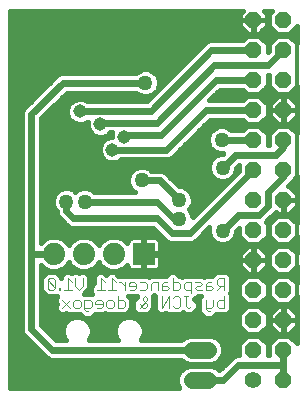
<source format=gbl>
G75*
G70*
%OFA0B0*%
%FSLAX24Y24*%
%IPPOS*%
%LPD*%
%AMOC8*
5,1,8,0,0,1.08239X$1,22.5*
%
%ADD10C,0.0030*%
%ADD11C,0.0560*%
%ADD12OC8,0.0560*%
%ADD13C,0.0560*%
%ADD14R,0.0740X0.0740*%
%ADD15C,0.0740*%
%ADD16C,0.0500*%
%ADD17C,0.0160*%
%ADD18C,0.0140*%
%ADD19C,0.0240*%
%ADD20C,0.0450*%
D10*
X002212Y003145D02*
X002459Y003392D01*
X002580Y003330D02*
X002642Y003392D01*
X002765Y003392D01*
X002827Y003330D01*
X002827Y003207D01*
X002765Y003145D01*
X002642Y003145D01*
X002580Y003207D01*
X002580Y003330D01*
X002459Y003145D02*
X002212Y003392D01*
X002152Y003745D02*
X002090Y003745D01*
X002090Y003807D01*
X002152Y003807D01*
X002152Y003745D01*
X002273Y003745D02*
X002520Y003745D01*
X002397Y003745D02*
X002397Y004115D01*
X002520Y003992D01*
X002641Y004115D02*
X002641Y003868D01*
X002765Y003745D01*
X002888Y003868D01*
X002888Y004115D01*
X003378Y003745D02*
X003625Y003745D01*
X003746Y003745D02*
X003993Y003745D01*
X003870Y003745D02*
X003870Y004115D01*
X003993Y003992D01*
X004115Y003992D02*
X004177Y003992D01*
X004300Y003868D01*
X004300Y003745D02*
X004300Y003992D01*
X004422Y003930D02*
X004422Y003868D01*
X004668Y003868D01*
X004668Y003807D02*
X004668Y003930D01*
X004607Y003992D01*
X004483Y003992D01*
X004422Y003930D01*
X004483Y003745D02*
X004607Y003745D01*
X004668Y003807D01*
X004790Y003745D02*
X004975Y003745D01*
X005037Y003807D01*
X005037Y003930D01*
X004975Y003992D01*
X004790Y003992D01*
X004975Y003515D02*
X005037Y003454D01*
X005037Y003392D01*
X004790Y003145D01*
X004790Y003268D02*
X004913Y003145D01*
X004975Y003145D01*
X005037Y003207D01*
X005037Y003268D01*
X004913Y003392D01*
X004913Y003454D01*
X004975Y003515D01*
X005158Y003745D02*
X005158Y003930D01*
X005220Y003992D01*
X005405Y003992D01*
X005405Y003745D01*
X005527Y003745D02*
X005712Y003745D01*
X005773Y003807D01*
X005712Y003868D01*
X005527Y003868D01*
X005527Y003930D02*
X005527Y003745D01*
X005527Y003515D02*
X005527Y003145D01*
X005773Y003515D01*
X005773Y003145D01*
X005895Y003207D02*
X005957Y003145D01*
X006080Y003145D01*
X006142Y003207D01*
X006142Y003454D01*
X006080Y003515D01*
X005957Y003515D01*
X005895Y003454D01*
X005895Y003745D02*
X006080Y003745D01*
X006142Y003807D01*
X006142Y003930D01*
X006080Y003992D01*
X005895Y003992D01*
X005895Y004115D02*
X005895Y003745D01*
X005712Y003992D02*
X005588Y003992D01*
X005527Y003930D01*
X006263Y003930D02*
X006263Y003807D01*
X006325Y003745D01*
X006510Y003745D01*
X006510Y003622D02*
X006510Y003992D01*
X006325Y003992D01*
X006263Y003930D01*
X006263Y003515D02*
X006387Y003515D01*
X006325Y003515D02*
X006325Y003207D01*
X006387Y003145D01*
X006448Y003145D01*
X006510Y003207D01*
X006693Y003745D02*
X006631Y003807D01*
X006693Y003868D01*
X006817Y003868D01*
X006878Y003930D01*
X006817Y003992D01*
X006631Y003992D01*
X006693Y003745D02*
X006878Y003745D01*
X007000Y003745D02*
X007185Y003745D01*
X007247Y003807D01*
X007185Y003868D01*
X007000Y003868D01*
X007000Y003930D02*
X007000Y003745D01*
X007000Y003930D02*
X007062Y003992D01*
X007185Y003992D01*
X007368Y004054D02*
X007368Y003930D01*
X007430Y003868D01*
X007615Y003868D01*
X007615Y003745D02*
X007615Y004115D01*
X007430Y004115D01*
X007368Y004054D01*
X007492Y003868D02*
X007368Y003745D01*
X007615Y003515D02*
X007615Y003145D01*
X007430Y003145D01*
X007368Y003207D01*
X007368Y003330D01*
X007430Y003392D01*
X007615Y003392D01*
X007247Y003392D02*
X007247Y003207D01*
X007185Y003145D01*
X007000Y003145D01*
X007000Y003083D02*
X007062Y003022D01*
X007123Y003022D01*
X007000Y003083D02*
X007000Y003392D01*
X004300Y003330D02*
X004300Y003207D01*
X004238Y003145D01*
X004053Y003145D01*
X004053Y003515D01*
X004053Y003392D02*
X004238Y003392D01*
X004300Y003330D01*
X003932Y003330D02*
X003932Y003207D01*
X003870Y003145D01*
X003747Y003145D01*
X003685Y003207D01*
X003685Y003330D01*
X003747Y003392D01*
X003870Y003392D01*
X003932Y003330D01*
X003564Y003330D02*
X003564Y003207D01*
X003502Y003145D01*
X003378Y003145D01*
X003317Y003268D02*
X003564Y003268D01*
X003564Y003330D02*
X003502Y003392D01*
X003378Y003392D01*
X003317Y003330D01*
X003317Y003268D01*
X003195Y003207D02*
X003134Y003145D01*
X002948Y003145D01*
X002948Y003083D02*
X002948Y003392D01*
X003134Y003392D01*
X003195Y003330D01*
X003195Y003207D01*
X003072Y003022D02*
X003010Y003022D01*
X002948Y003083D01*
X003501Y003745D02*
X003501Y004115D01*
X003625Y003992D01*
X001968Y004054D02*
X001968Y003807D01*
X001721Y004054D01*
X001721Y003807D01*
X001782Y003745D01*
X001906Y003745D01*
X001968Y003807D01*
X001968Y004054D02*
X001906Y004115D01*
X001782Y004115D01*
X001721Y004054D01*
D11*
X008580Y000730D03*
D12*
X008580Y001730D03*
X008580Y002730D03*
X008580Y003730D03*
X008580Y004730D03*
X008580Y005730D03*
X008580Y006730D03*
X008580Y007730D03*
X008580Y008730D03*
X008580Y009730D03*
X008580Y010730D03*
X008580Y011730D03*
X008580Y012730D03*
X009580Y012730D03*
X009580Y011730D03*
X009580Y010730D03*
X009580Y009730D03*
X009580Y008730D03*
X009580Y007730D03*
X009580Y006730D03*
X009580Y005730D03*
X009580Y004730D03*
X009580Y003730D03*
X009580Y002730D03*
X009580Y001730D03*
X009580Y000730D03*
D13*
X007085Y000730D02*
X006525Y000730D01*
X006525Y001730D02*
X007085Y001730D01*
D14*
X004930Y004930D03*
D15*
X003930Y004930D03*
X002930Y004930D03*
X001930Y004930D03*
D16*
X002343Y006668D03*
X002955Y006668D03*
X004280Y007943D03*
X004868Y007380D03*
X006105Y006730D03*
X006105Y006105D03*
X007555Y005705D03*
X007555Y007805D03*
X006805Y007955D03*
X007530Y008730D03*
X004980Y010630D03*
X003130Y012230D03*
X000830Y010605D03*
D17*
X000460Y013020D02*
X000460Y000460D01*
X006117Y000460D01*
X006045Y000635D01*
X006045Y000825D01*
X006118Y001002D01*
X006253Y001137D01*
X006430Y001210D01*
X007180Y001210D01*
X007357Y001137D01*
X007444Y001050D01*
X007447Y001050D01*
X007809Y001411D01*
X007899Y001501D01*
X008016Y001550D01*
X008100Y001550D01*
X008100Y001929D01*
X008381Y002210D01*
X008779Y002210D01*
X009060Y001929D01*
X009060Y001550D01*
X009100Y001550D01*
X009100Y001929D01*
X009381Y002210D01*
X009779Y002210D01*
X010042Y001947D01*
X010042Y003513D01*
X009779Y003250D01*
X009381Y003250D01*
X009100Y003531D01*
X009100Y003929D01*
X009381Y004210D01*
X009779Y004210D01*
X010042Y003947D01*
X010042Y004513D01*
X009779Y004250D01*
X009381Y004250D01*
X009100Y004531D01*
X009100Y004929D01*
X009381Y005210D01*
X009779Y005210D01*
X010042Y004947D01*
X010042Y005513D01*
X009779Y005250D01*
X009381Y005250D01*
X009100Y005531D01*
X009100Y005929D01*
X009381Y006210D01*
X009779Y006210D01*
X010042Y005947D01*
X010042Y007513D01*
X009868Y007339D01*
X009851Y007299D01*
X009761Y007209D01*
X009743Y007190D01*
X009771Y007190D01*
X010040Y006921D01*
X010040Y006740D01*
X009590Y006740D01*
X009590Y006720D01*
X010040Y006720D01*
X010040Y006539D01*
X009771Y006270D01*
X009590Y006270D01*
X009590Y006720D01*
X009570Y006720D01*
X009570Y006270D01*
X009389Y006270D01*
X009331Y006328D01*
X009261Y006259D01*
X009051Y006049D01*
X008996Y005993D01*
X009060Y005929D01*
X009060Y005531D01*
X008779Y005250D01*
X008381Y005250D01*
X008100Y005531D01*
X008100Y005797D01*
X008005Y005702D01*
X008005Y005615D01*
X007936Y005450D01*
X007810Y005324D01*
X007645Y005255D01*
X007465Y005255D01*
X007300Y005324D01*
X007174Y005450D01*
X007105Y005615D01*
X007105Y005795D01*
X007118Y005825D01*
X006694Y005403D01*
X006649Y005359D01*
X006648Y005359D01*
X006648Y005358D01*
X006590Y005334D01*
X006531Y005310D01*
X006531Y005310D01*
X006530Y005310D01*
X006467Y005310D01*
X005804Y005310D01*
X005686Y005359D01*
X005235Y005810D01*
X002504Y005810D01*
X002386Y005859D01*
X002161Y006084D01*
X002071Y006174D01*
X002023Y006291D01*
X002023Y006351D01*
X001961Y006413D01*
X001893Y006578D01*
X001893Y006757D01*
X001961Y006922D01*
X002088Y007049D01*
X002253Y007117D01*
X002432Y007117D01*
X002597Y007049D01*
X002649Y006998D01*
X002700Y007049D01*
X002865Y007117D01*
X003045Y007117D01*
X003210Y007049D01*
X003271Y006987D01*
X004639Y006987D01*
X004613Y006999D01*
X004486Y007125D01*
X004418Y007290D01*
X004418Y007470D01*
X004486Y007635D01*
X004613Y007761D01*
X004778Y007830D01*
X004957Y007830D01*
X005122Y007761D01*
X005184Y007700D01*
X005519Y007700D01*
X005636Y007651D01*
X005726Y007561D01*
X006108Y007180D01*
X006195Y007180D01*
X006360Y007111D01*
X006486Y006985D01*
X006555Y006820D01*
X006555Y006640D01*
X006486Y006475D01*
X006429Y006418D01*
X006486Y006360D01*
X006555Y006195D01*
X006555Y006168D01*
X008100Y007704D01*
X008100Y007897D01*
X008005Y007802D01*
X008005Y007715D01*
X007936Y007550D01*
X007810Y007424D01*
X007645Y007355D01*
X007465Y007355D01*
X007300Y007424D01*
X007174Y007550D01*
X007105Y007715D01*
X007105Y007895D01*
X007174Y008060D01*
X007300Y008186D01*
X007465Y008255D01*
X007552Y008255D01*
X007577Y008280D01*
X007440Y008280D01*
X007275Y008349D01*
X007149Y008475D01*
X007080Y008640D01*
X007080Y008820D01*
X007149Y008985D01*
X007275Y009111D01*
X007440Y009180D01*
X007620Y009180D01*
X007785Y009111D01*
X007846Y009050D01*
X008221Y009050D01*
X008381Y009210D01*
X008779Y009210D01*
X009060Y008929D01*
X009060Y008550D01*
X009100Y008550D01*
X009100Y008929D01*
X009381Y009210D01*
X009779Y009210D01*
X010042Y008947D01*
X010042Y010513D01*
X009779Y010250D01*
X009381Y010250D01*
X009100Y010531D01*
X009100Y010910D01*
X009060Y010910D01*
X009060Y010531D01*
X008779Y010250D01*
X008381Y010250D01*
X008221Y010410D01*
X007463Y010410D01*
X007103Y010050D01*
X008221Y010050D01*
X008381Y010210D01*
X008779Y010210D01*
X009060Y009929D01*
X009060Y009531D01*
X008779Y009250D01*
X008381Y009250D01*
X008221Y009410D01*
X007138Y009410D01*
X005861Y008134D01*
X005744Y008085D01*
X004161Y008085D01*
X004121Y008045D01*
X003965Y007980D01*
X003795Y007980D01*
X003639Y008045D01*
X003520Y008164D01*
X003455Y008320D01*
X003455Y008490D01*
X003520Y008646D01*
X003639Y008765D01*
X003795Y008830D01*
X003855Y008830D01*
X003855Y008915D01*
X003884Y008985D01*
X003811Y008985D01*
X003721Y008895D01*
X003565Y008830D01*
X003395Y008830D01*
X003239Y008895D01*
X003120Y009014D01*
X003055Y009170D01*
X003055Y009329D01*
X003046Y009320D01*
X002890Y009255D01*
X002720Y009255D01*
X002564Y009320D01*
X002445Y009439D01*
X002380Y009595D01*
X002380Y009765D01*
X002445Y009921D01*
X002564Y010040D01*
X002720Y010105D01*
X002890Y010105D01*
X003046Y010040D01*
X003061Y010025D01*
X005022Y010025D01*
X006999Y012001D01*
X007116Y012050D01*
X008221Y012050D01*
X008381Y012210D01*
X008779Y012210D01*
X009060Y011929D01*
X009060Y011663D01*
X009100Y011703D01*
X009100Y011929D01*
X009381Y012210D01*
X009779Y012210D01*
X010042Y011947D01*
X010042Y012513D01*
X009779Y012250D01*
X009381Y012250D01*
X009100Y012531D01*
X009100Y012929D01*
X009191Y013020D01*
X008940Y013020D01*
X009040Y012921D01*
X009040Y012740D01*
X008590Y012740D01*
X008590Y012720D01*
X009040Y012720D01*
X009040Y012539D01*
X008771Y012270D01*
X008590Y012270D01*
X008590Y012720D01*
X008570Y012720D01*
X008570Y012270D01*
X008389Y012270D01*
X008120Y012539D01*
X008120Y012720D01*
X008570Y012720D01*
X008570Y012740D01*
X008120Y012740D01*
X008120Y012921D01*
X008220Y013020D01*
X000460Y013020D01*
X000460Y013019D02*
X008218Y013019D01*
X008120Y012860D02*
X000460Y012860D01*
X000460Y012702D02*
X008120Y012702D01*
X008120Y012543D02*
X000460Y012543D01*
X000460Y012385D02*
X008275Y012385D01*
X008570Y012385D02*
X008590Y012385D01*
X008590Y012543D02*
X008570Y012543D01*
X008570Y012702D02*
X008590Y012702D01*
X008885Y012385D02*
X009247Y012385D01*
X009100Y012543D02*
X009040Y012543D01*
X009040Y012702D02*
X009100Y012702D01*
X009100Y012860D02*
X009040Y012860D01*
X008942Y013019D02*
X009190Y013019D01*
X009239Y012068D02*
X008921Y012068D01*
X009060Y011909D02*
X009100Y011909D01*
X009100Y011751D02*
X009060Y011751D01*
X009060Y010800D02*
X009100Y010800D01*
X009100Y010641D02*
X009060Y010641D01*
X009011Y010483D02*
X009149Y010483D01*
X009307Y010324D02*
X008853Y010324D01*
X008823Y010166D02*
X009365Y010166D01*
X009389Y010190D02*
X009120Y009921D01*
X009120Y009740D01*
X009570Y009740D01*
X009570Y010190D01*
X009389Y010190D01*
X009570Y010166D02*
X009590Y010166D01*
X009590Y010190D02*
X009590Y009740D01*
X009570Y009740D01*
X009570Y009720D01*
X009120Y009720D01*
X009120Y009539D01*
X009389Y009270D01*
X009570Y009270D01*
X009570Y009720D01*
X009590Y009720D01*
X009590Y009740D01*
X010040Y009740D01*
X010040Y009921D01*
X009771Y010190D01*
X009590Y010190D01*
X009590Y010007D02*
X009570Y010007D01*
X009570Y009849D02*
X009590Y009849D01*
X009590Y009720D02*
X010040Y009720D01*
X010040Y009539D01*
X009771Y009270D01*
X009590Y009270D01*
X009590Y009720D01*
X009590Y009690D02*
X009570Y009690D01*
X009570Y009532D02*
X009590Y009532D01*
X009590Y009373D02*
X009570Y009373D01*
X009874Y009373D02*
X010042Y009373D01*
X010042Y009215D02*
X006942Y009215D01*
X007101Y009373D02*
X008258Y009373D01*
X008227Y009056D02*
X007840Y009056D01*
X007220Y009056D02*
X006784Y009056D01*
X006625Y008898D02*
X007112Y008898D01*
X007080Y008739D02*
X006467Y008739D01*
X006308Y008581D02*
X007105Y008581D01*
X007202Y008422D02*
X006150Y008422D01*
X005991Y008264D02*
X007561Y008264D01*
X007219Y008105D02*
X005792Y008105D01*
X005658Y007630D02*
X007141Y007630D01*
X007105Y007788D02*
X005058Y007788D01*
X004677Y007788D02*
X001500Y007788D01*
X001500Y007630D02*
X004484Y007630D01*
X004418Y007471D02*
X001500Y007471D01*
X001500Y007313D02*
X004418Y007313D01*
X004474Y007154D02*
X001500Y007154D01*
X001500Y006996D02*
X002034Y006996D01*
X001926Y006837D02*
X001500Y006837D01*
X001500Y006679D02*
X001893Y006679D01*
X001917Y006520D02*
X001500Y006520D01*
X001500Y006362D02*
X002012Y006362D01*
X002059Y006203D02*
X001500Y006203D01*
X001500Y006045D02*
X002200Y006045D01*
X002359Y005886D02*
X001500Y005886D01*
X001500Y005728D02*
X005317Y005728D01*
X005476Y005569D02*
X001500Y005569D01*
X001500Y005411D02*
X001604Y005411D01*
X001607Y005413D02*
X001500Y005306D01*
X001500Y009447D01*
X002363Y010310D01*
X004664Y010310D01*
X004725Y010249D01*
X004890Y010180D01*
X005070Y010180D01*
X005235Y010249D01*
X005361Y010375D01*
X005430Y010540D01*
X005430Y010720D01*
X005361Y010885D01*
X005235Y011011D01*
X005070Y011080D01*
X004890Y011080D01*
X004725Y011011D01*
X004664Y010950D01*
X002166Y010950D01*
X002049Y010901D01*
X000999Y009851D01*
X000909Y009761D01*
X000860Y009644D01*
X000860Y002366D01*
X000909Y002249D01*
X001699Y001459D01*
X001816Y001410D01*
X006166Y001410D01*
X006253Y001323D01*
X006430Y001250D01*
X007180Y001250D01*
X007357Y001323D01*
X007492Y001458D01*
X007565Y001635D01*
X007565Y001825D01*
X007492Y002002D01*
X007357Y002137D01*
X007180Y002210D01*
X006430Y002210D01*
X006253Y002137D01*
X006166Y002050D01*
X004822Y002050D01*
X004850Y002079D01*
X004923Y002254D01*
X004923Y002444D01*
X004850Y002619D01*
X004716Y002753D01*
X004541Y002826D01*
X004351Y002826D01*
X004176Y002753D01*
X004042Y002619D01*
X003969Y002444D01*
X003969Y002254D01*
X004042Y002079D01*
X004070Y002050D01*
X003090Y002050D01*
X003118Y002079D01*
X003191Y002254D01*
X003191Y002444D01*
X003118Y002619D01*
X002984Y002753D01*
X002809Y002826D01*
X002619Y002826D01*
X002444Y002753D01*
X002310Y002619D01*
X002237Y002444D01*
X002237Y002254D01*
X002310Y002079D01*
X002338Y002050D01*
X002013Y002050D01*
X001500Y002563D01*
X001500Y004554D01*
X001607Y004447D01*
X001817Y004360D01*
X002043Y004360D01*
X002253Y004447D01*
X002413Y004607D01*
X002430Y004648D01*
X002447Y004607D01*
X002607Y004447D01*
X002817Y004360D01*
X003043Y004360D01*
X003253Y004447D01*
X003413Y004607D01*
X003430Y004648D01*
X003447Y004607D01*
X003607Y004447D01*
X003817Y004360D01*
X004043Y004360D01*
X004253Y004447D01*
X004380Y004574D01*
X004380Y004536D01*
X004392Y004491D01*
X004416Y004449D01*
X004449Y004416D01*
X004491Y004392D01*
X004536Y004380D01*
X004910Y004380D01*
X004910Y004910D01*
X004950Y004910D01*
X004950Y004950D01*
X004910Y004950D01*
X004910Y005480D01*
X004536Y005480D01*
X004491Y005468D01*
X004449Y005444D01*
X004416Y005411D01*
X004392Y005369D01*
X004380Y005324D01*
X004380Y005286D01*
X004253Y005413D01*
X004043Y005500D01*
X003817Y005500D01*
X003607Y005413D01*
X003447Y005253D01*
X003430Y005212D01*
X003413Y005253D01*
X003253Y005413D01*
X003043Y005500D01*
X002817Y005500D01*
X002607Y005413D01*
X002447Y005253D01*
X002430Y005212D01*
X002413Y005253D01*
X002253Y005413D01*
X002043Y005500D01*
X001817Y005500D01*
X001607Y005413D01*
X002256Y005411D02*
X002604Y005411D01*
X002446Y005252D02*
X002414Y005252D01*
X002418Y004618D02*
X002442Y004618D01*
X002594Y004460D02*
X002266Y004460D01*
X002307Y004330D02*
X002182Y004204D01*
X002182Y004144D01*
X002121Y004204D01*
X002121Y004204D01*
X002121Y004204D01*
X002056Y004269D01*
X001995Y004330D01*
X001995Y004330D01*
X001995Y004330D01*
X001905Y004330D01*
X001817Y004330D01*
X001693Y004330D01*
X001632Y004269D01*
X001632Y004269D01*
X001506Y004143D01*
X001506Y003896D01*
X001506Y003896D01*
X001506Y003806D01*
X001506Y003718D01*
X001569Y003654D01*
X001632Y003592D01*
X001693Y003530D01*
X001693Y003530D01*
X001693Y003530D01*
X001781Y003530D01*
X001995Y003530D01*
X001998Y003533D01*
X002001Y003530D01*
X002046Y003530D01*
X001997Y003481D01*
X001997Y003303D01*
X002031Y003268D01*
X001997Y003234D01*
X001997Y003056D01*
X002123Y002930D01*
X002301Y002930D01*
X002335Y002964D01*
X002370Y002930D01*
X002548Y002930D01*
X002550Y002933D01*
X002553Y002930D01*
X002643Y002930D01*
X002798Y002930D01*
X002859Y002868D01*
X002921Y002807D01*
X003161Y002807D01*
X003287Y002933D01*
X003289Y002930D01*
X003591Y002930D01*
X003624Y002963D01*
X003658Y002930D01*
X003748Y002930D01*
X003959Y002930D01*
X003962Y002933D01*
X003964Y002930D01*
X004328Y002930D01*
X004389Y002992D01*
X004515Y003118D01*
X004515Y003329D01*
X004515Y003419D01*
X004515Y003419D01*
X004515Y003419D01*
X004454Y003481D01*
X004453Y003481D01*
X004404Y003530D01*
X004696Y003530D01*
X004698Y003533D01*
X004698Y003533D01*
X004698Y003481D01*
X004575Y003357D01*
X004575Y003056D01*
X004701Y002930D01*
X005064Y002930D01*
X005126Y002992D01*
X005252Y003118D01*
X005252Y003455D01*
X005252Y003535D01*
X005282Y003564D01*
X005312Y003535D01*
X005312Y003210D01*
X005298Y003190D01*
X005312Y003124D01*
X005312Y003056D01*
X005328Y003039D01*
X005333Y003016D01*
X005390Y002978D01*
X005437Y002930D01*
X005461Y002930D01*
X005481Y002917D01*
X005548Y002930D01*
X005616Y002930D01*
X005633Y002947D01*
X005656Y002952D01*
X005659Y002956D01*
X005684Y002930D01*
X005862Y002930D01*
X005865Y002933D01*
X005868Y002930D01*
X005958Y002930D01*
X006169Y002930D01*
X006233Y002994D01*
X006236Y002992D01*
X006298Y002930D01*
X006537Y002930D01*
X006663Y003056D01*
X006725Y003118D01*
X006725Y003296D01*
X006607Y003414D01*
X006723Y003530D01*
X006834Y003530D01*
X006785Y003481D01*
X006785Y002994D01*
X006847Y002933D01*
X006972Y002807D01*
X007212Y002807D01*
X007338Y002933D01*
X007341Y002930D01*
X007431Y002930D01*
X007704Y002930D01*
X007830Y003056D01*
X007830Y003604D01*
X007804Y003630D01*
X007830Y003656D01*
X007830Y004204D01*
X007704Y004330D01*
X007341Y004330D01*
X007279Y004269D01*
X007217Y004207D01*
X006972Y004207D01*
X006939Y004173D01*
X006906Y004207D01*
X006906Y004207D01*
X006816Y004207D01*
X006728Y004207D01*
X006728Y004207D01*
X006236Y004207D01*
X006202Y004173D01*
X006169Y004207D01*
X006107Y004207D01*
X005984Y004330D01*
X005806Y004330D01*
X005682Y004207D01*
X005499Y004207D01*
X005497Y004204D01*
X005494Y004207D01*
X005131Y004207D01*
X005098Y004173D01*
X005064Y004207D01*
X004976Y004207D01*
X004886Y004207D01*
X004701Y004207D01*
X004698Y004204D01*
X004696Y004207D01*
X004696Y004207D01*
X004606Y004207D01*
X004518Y004207D01*
X004518Y004207D01*
X004394Y004207D01*
X004392Y004204D01*
X004389Y004207D01*
X004082Y004207D01*
X003959Y004330D01*
X003781Y004330D01*
X003686Y004235D01*
X003591Y004330D01*
X003412Y004330D01*
X003286Y004204D01*
X003286Y003957D01*
X003163Y003834D01*
X003163Y003656D01*
X003212Y003607D01*
X003134Y003607D01*
X003044Y003607D01*
X002931Y003607D01*
X002980Y003656D01*
X003103Y003779D01*
X003103Y004204D01*
X002977Y004330D01*
X002799Y004330D01*
X002765Y004296D01*
X002730Y004330D01*
X002552Y004330D01*
X002519Y004297D01*
X002486Y004330D01*
X002307Y004330D01*
X002278Y004301D02*
X002024Y004301D01*
X001817Y004330D02*
X001817Y004330D01*
X001664Y004301D02*
X001500Y004301D01*
X001500Y004143D02*
X001506Y004143D01*
X001500Y003984D02*
X001506Y003984D01*
X001500Y003826D02*
X001506Y003826D01*
X001506Y003718D02*
X001506Y003718D01*
X001506Y003718D01*
X001500Y003667D02*
X001556Y003667D01*
X001632Y003592D02*
X001632Y003592D01*
X001500Y003509D02*
X002024Y003509D01*
X001997Y003350D02*
X001500Y003350D01*
X001500Y003192D02*
X001997Y003192D01*
X002020Y003033D02*
X001500Y003033D01*
X001500Y002875D02*
X002853Y002875D01*
X003021Y002716D02*
X004139Y002716D01*
X004016Y002558D02*
X003144Y002558D01*
X003191Y002399D02*
X003969Y002399D01*
X003975Y002241D02*
X003185Y002241D01*
X003120Y002082D02*
X004040Y002082D01*
X003658Y002930D02*
X003658Y002930D01*
X003658Y002930D01*
X003287Y002933D02*
X003287Y002933D01*
X003229Y002875D02*
X006905Y002875D01*
X006785Y003033D02*
X006640Y003033D01*
X006725Y003192D02*
X006785Y003192D01*
X006785Y003350D02*
X006671Y003350D01*
X006701Y003509D02*
X006812Y003509D01*
X006906Y004207D02*
X006906Y004207D01*
X007311Y004301D02*
X006013Y004301D01*
X006169Y004207D02*
X006169Y004207D01*
X006169Y004207D01*
X005776Y004301D02*
X003988Y004301D01*
X003751Y004301D02*
X003620Y004301D01*
X003594Y004460D02*
X003266Y004460D01*
X003418Y004618D02*
X003442Y004618D01*
X003383Y004301D02*
X003007Y004301D01*
X003103Y004143D02*
X003286Y004143D01*
X003286Y003984D02*
X003103Y003984D01*
X003103Y003826D02*
X003163Y003826D01*
X003163Y003667D02*
X002991Y003667D01*
X003044Y003607D02*
X003044Y003607D01*
X002770Y004301D02*
X002760Y004301D01*
X002523Y004301D02*
X002515Y004301D01*
X001594Y004460D02*
X001500Y004460D01*
X000860Y004460D02*
X000460Y004460D01*
X000460Y004618D02*
X000860Y004618D01*
X000860Y004777D02*
X000460Y004777D01*
X000460Y004935D02*
X000860Y004935D01*
X000860Y005094D02*
X000460Y005094D01*
X000460Y005252D02*
X000860Y005252D01*
X000860Y005411D02*
X000460Y005411D01*
X000460Y005569D02*
X000860Y005569D01*
X000860Y005728D02*
X000460Y005728D01*
X000460Y005886D02*
X000860Y005886D01*
X000860Y006045D02*
X000460Y006045D01*
X000460Y006203D02*
X000860Y006203D01*
X000860Y006362D02*
X000460Y006362D01*
X000460Y006520D02*
X000860Y006520D01*
X000860Y006679D02*
X000460Y006679D01*
X000460Y006837D02*
X000860Y006837D01*
X000860Y006996D02*
X000460Y006996D01*
X000460Y007154D02*
X000860Y007154D01*
X000860Y007313D02*
X000460Y007313D01*
X000460Y007471D02*
X000860Y007471D01*
X000860Y007630D02*
X000460Y007630D01*
X000460Y007788D02*
X000860Y007788D01*
X000860Y007947D02*
X000460Y007947D01*
X000460Y008105D02*
X000860Y008105D01*
X000860Y008264D02*
X000460Y008264D01*
X000460Y008422D02*
X000860Y008422D01*
X000860Y008581D02*
X000460Y008581D01*
X000460Y008739D02*
X000860Y008739D01*
X000860Y008898D02*
X000460Y008898D01*
X000460Y009056D02*
X000860Y009056D01*
X000860Y009215D02*
X000460Y009215D01*
X000460Y009373D02*
X000860Y009373D01*
X000860Y009532D02*
X000460Y009532D01*
X000460Y009690D02*
X000879Y009690D01*
X000996Y009849D02*
X000460Y009849D01*
X000460Y010007D02*
X001154Y010007D01*
X001313Y010166D02*
X000460Y010166D01*
X000460Y010324D02*
X001471Y010324D01*
X001630Y010483D02*
X000460Y010483D01*
X000460Y010641D02*
X001788Y010641D01*
X001947Y010800D02*
X000460Y010800D01*
X000460Y010958D02*
X004672Y010958D01*
X005288Y010958D02*
X005955Y010958D01*
X005797Y010800D02*
X005397Y010800D01*
X005430Y010641D02*
X005638Y010641D01*
X005480Y010483D02*
X005406Y010483D01*
X005321Y010324D02*
X005310Y010324D01*
X005163Y010166D02*
X002218Y010166D01*
X002060Y010007D02*
X002531Y010007D01*
X002415Y009849D02*
X001901Y009849D01*
X001743Y009690D02*
X002380Y009690D01*
X002406Y009532D02*
X001584Y009532D01*
X001500Y009373D02*
X002511Y009373D01*
X003055Y009215D02*
X001500Y009215D01*
X001500Y009056D02*
X003102Y009056D01*
X003236Y008898D02*
X001500Y008898D01*
X001500Y008739D02*
X003613Y008739D01*
X003493Y008581D02*
X001500Y008581D01*
X001500Y008422D02*
X003455Y008422D01*
X003479Y008264D02*
X001500Y008264D01*
X001500Y008105D02*
X003579Y008105D01*
X003724Y008898D02*
X003855Y008898D01*
X003263Y006996D02*
X004620Y006996D01*
X004950Y005480D02*
X004950Y004950D01*
X005480Y004950D01*
X005480Y005324D01*
X005468Y005369D01*
X005444Y005411D01*
X005411Y005444D01*
X005369Y005468D01*
X005324Y005480D01*
X004950Y005480D01*
X004950Y005411D02*
X004910Y005411D01*
X004910Y005252D02*
X004950Y005252D01*
X004950Y005094D02*
X004910Y005094D01*
X004950Y004935D02*
X008134Y004935D01*
X008120Y004921D02*
X008120Y004740D01*
X008570Y004740D01*
X008570Y005190D01*
X008389Y005190D01*
X008120Y004921D01*
X008120Y004777D02*
X005480Y004777D01*
X005480Y004910D02*
X005480Y004536D01*
X005468Y004491D01*
X005444Y004449D01*
X005411Y004416D01*
X005369Y004392D01*
X005324Y004380D01*
X004950Y004380D01*
X004950Y004910D01*
X005480Y004910D01*
X005480Y005094D02*
X008293Y005094D01*
X008379Y005252D02*
X005480Y005252D01*
X005444Y005411D02*
X005634Y005411D01*
X005480Y004618D02*
X008120Y004618D01*
X008120Y004539D02*
X008389Y004270D01*
X008570Y004270D01*
X008570Y004720D01*
X008120Y004720D01*
X008120Y004539D01*
X008200Y004460D02*
X005450Y004460D01*
X005064Y004207D02*
X005064Y004207D01*
X005064Y004207D01*
X004886Y004207D02*
X004886Y004207D01*
X004696Y004207D02*
X004696Y004207D01*
X004910Y004460D02*
X004950Y004460D01*
X004950Y004618D02*
X004910Y004618D01*
X004910Y004777D02*
X004950Y004777D01*
X004416Y005411D02*
X004256Y005411D01*
X003604Y005411D02*
X003256Y005411D01*
X003414Y005252D02*
X003446Y005252D01*
X004266Y004460D02*
X004410Y004460D01*
X004426Y003509D02*
X004698Y003509D01*
X004575Y003350D02*
X004515Y003350D01*
X004453Y003481D02*
X004453Y003481D01*
X004515Y003192D02*
X004575Y003192D01*
X004598Y003033D02*
X004431Y003033D01*
X004753Y002716D02*
X008100Y002716D01*
X008100Y002558D02*
X004876Y002558D01*
X004923Y002399D02*
X008232Y002399D01*
X008100Y002531D02*
X008381Y002250D01*
X008779Y002250D01*
X009060Y002531D01*
X009060Y002929D01*
X008779Y003210D01*
X008381Y003210D01*
X008100Y002929D01*
X008100Y002531D01*
X008100Y002875D02*
X007280Y002875D01*
X007338Y002933D02*
X007338Y002933D01*
X007341Y002930D02*
X007341Y002930D01*
X007341Y002930D01*
X007807Y003033D02*
X008204Y003033D01*
X008363Y003192D02*
X007830Y003192D01*
X007830Y003350D02*
X008281Y003350D01*
X008381Y003250D02*
X008779Y003250D01*
X009060Y003531D01*
X009060Y003929D01*
X008779Y004210D01*
X008381Y004210D01*
X008100Y003929D01*
X008100Y003531D01*
X008381Y003250D01*
X008123Y003509D02*
X007830Y003509D01*
X007830Y003667D02*
X008100Y003667D01*
X008100Y003826D02*
X007830Y003826D01*
X007830Y003984D02*
X008155Y003984D01*
X008314Y004143D02*
X007830Y004143D01*
X007733Y004301D02*
X008358Y004301D01*
X008570Y004301D02*
X008590Y004301D01*
X008590Y004270D02*
X008771Y004270D01*
X009040Y004539D01*
X009040Y004720D01*
X008590Y004720D01*
X008590Y004740D01*
X008570Y004740D01*
X008570Y004720D01*
X008590Y004720D01*
X008590Y004270D01*
X008590Y004460D02*
X008570Y004460D01*
X008570Y004618D02*
X008590Y004618D01*
X008590Y004740D02*
X009040Y004740D01*
X009040Y004921D01*
X008771Y005190D01*
X008590Y005190D01*
X008590Y004740D01*
X008590Y004777D02*
X008570Y004777D01*
X008570Y004935D02*
X008590Y004935D01*
X008590Y005094D02*
X008570Y005094D01*
X008781Y005252D02*
X009379Y005252D01*
X009265Y005094D02*
X008867Y005094D01*
X009026Y004935D02*
X009106Y004935D01*
X009100Y004777D02*
X009040Y004777D01*
X009040Y004618D02*
X009100Y004618D01*
X009172Y004460D02*
X008960Y004460D01*
X008802Y004301D02*
X009330Y004301D01*
X009314Y004143D02*
X008846Y004143D01*
X009005Y003984D02*
X009155Y003984D01*
X009100Y003826D02*
X009060Y003826D01*
X009060Y003667D02*
X009100Y003667D01*
X009123Y003509D02*
X009037Y003509D01*
X008879Y003350D02*
X009281Y003350D01*
X009389Y003190D02*
X009120Y002921D01*
X009120Y002740D01*
X009570Y002740D01*
X009570Y003190D01*
X009389Y003190D01*
X009590Y003190D02*
X009590Y002740D01*
X009570Y002740D01*
X009570Y002720D01*
X009120Y002720D01*
X009120Y002539D01*
X009389Y002270D01*
X009570Y002270D01*
X009570Y002720D01*
X009590Y002720D01*
X009590Y002740D01*
X010040Y002740D01*
X010040Y002921D01*
X009771Y003190D01*
X009590Y003190D01*
X009590Y003033D02*
X009570Y003033D01*
X009570Y002875D02*
X009590Y002875D01*
X009590Y002720D02*
X010040Y002720D01*
X010040Y002539D01*
X009771Y002270D01*
X009590Y002270D01*
X009590Y002720D01*
X009590Y002716D02*
X009570Y002716D01*
X009570Y002558D02*
X009590Y002558D01*
X009590Y002399D02*
X009570Y002399D01*
X009260Y002399D02*
X008928Y002399D01*
X009060Y002558D02*
X009120Y002558D01*
X009120Y002716D02*
X009060Y002716D01*
X009060Y002875D02*
X009120Y002875D01*
X009232Y003033D02*
X008956Y003033D01*
X008797Y003192D02*
X010042Y003192D01*
X010042Y003350D02*
X009879Y003350D01*
X010037Y003509D02*
X010042Y003509D01*
X010042Y003984D02*
X010005Y003984D01*
X010042Y004143D02*
X009846Y004143D01*
X009830Y004301D02*
X010042Y004301D01*
X010042Y004460D02*
X009988Y004460D01*
X010042Y005094D02*
X009895Y005094D01*
X009781Y005252D02*
X010042Y005252D01*
X010042Y005411D02*
X009939Y005411D01*
X009944Y006045D02*
X010042Y006045D01*
X010042Y006203D02*
X009786Y006203D01*
X009862Y006362D02*
X010042Y006362D01*
X010042Y006520D02*
X010021Y006520D01*
X010040Y006679D02*
X010042Y006679D01*
X010040Y006837D02*
X010042Y006837D01*
X010042Y006996D02*
X009965Y006996D01*
X010042Y007154D02*
X009807Y007154D01*
X009857Y007313D02*
X010042Y007313D01*
X010042Y007471D02*
X010000Y007471D01*
X009590Y006679D02*
X009570Y006679D01*
X009570Y006520D02*
X009590Y006520D01*
X009590Y006362D02*
X009570Y006362D01*
X009374Y006203D02*
X009206Y006203D01*
X009216Y006045D02*
X009047Y006045D01*
X009060Y005886D02*
X009100Y005886D01*
X009100Y005728D02*
X009060Y005728D01*
X009060Y005569D02*
X009100Y005569D01*
X009221Y005411D02*
X008939Y005411D01*
X008221Y005411D02*
X007897Y005411D01*
X007986Y005569D02*
X008100Y005569D01*
X008100Y005728D02*
X008030Y005728D01*
X007213Y005411D02*
X006701Y005411D01*
X006860Y005569D02*
X007124Y005569D01*
X007105Y005728D02*
X007019Y005728D01*
X006590Y006203D02*
X006551Y006203D01*
X006485Y006362D02*
X006749Y006362D01*
X006909Y006520D02*
X006505Y006520D01*
X006555Y006679D02*
X007068Y006679D01*
X007228Y006837D02*
X006548Y006837D01*
X006476Y006996D02*
X007387Y006996D01*
X007547Y007154D02*
X006257Y007154D01*
X005975Y007313D02*
X007706Y007313D01*
X007857Y007471D02*
X007866Y007471D01*
X007969Y007630D02*
X008025Y007630D01*
X008005Y007788D02*
X008100Y007788D01*
X007253Y007471D02*
X005817Y007471D01*
X007127Y007947D02*
X001500Y007947D01*
X000460Y011117D02*
X006114Y011117D01*
X006272Y011275D02*
X000460Y011275D01*
X000460Y011434D02*
X006431Y011434D01*
X006589Y011592D02*
X000460Y011592D01*
X000460Y011751D02*
X006748Y011751D01*
X006906Y011909D02*
X000460Y011909D01*
X000460Y012068D02*
X008239Y012068D01*
X008307Y010324D02*
X007377Y010324D01*
X007218Y010166D02*
X008337Y010166D01*
X008982Y010007D02*
X009206Y010007D01*
X009120Y009849D02*
X009060Y009849D01*
X009060Y009690D02*
X009120Y009690D01*
X009128Y009532D02*
X009060Y009532D01*
X008902Y009373D02*
X009286Y009373D01*
X009227Y009056D02*
X008933Y009056D01*
X009060Y008898D02*
X009100Y008898D01*
X009100Y008739D02*
X009060Y008739D01*
X009060Y008581D02*
X009100Y008581D01*
X009933Y009056D02*
X010042Y009056D01*
X010032Y009532D02*
X010042Y009532D01*
X010040Y009690D02*
X010042Y009690D01*
X010040Y009849D02*
X010042Y009849D01*
X010042Y010007D02*
X009954Y010007D01*
X010042Y010166D02*
X009795Y010166D01*
X009853Y010324D02*
X010042Y010324D01*
X010042Y010483D02*
X010011Y010483D01*
X010042Y012068D02*
X009921Y012068D01*
X010042Y012226D02*
X000460Y012226D01*
X000460Y004301D02*
X000860Y004301D01*
X000860Y004143D02*
X000460Y004143D01*
X000460Y003984D02*
X000860Y003984D01*
X000860Y003826D02*
X000460Y003826D01*
X000460Y003667D02*
X000860Y003667D01*
X000860Y003509D02*
X000460Y003509D01*
X000460Y003350D02*
X000860Y003350D01*
X000860Y003192D02*
X000460Y003192D01*
X000460Y003033D02*
X000860Y003033D01*
X000860Y002875D02*
X000460Y002875D01*
X000460Y002716D02*
X000860Y002716D01*
X000860Y002558D02*
X000460Y002558D01*
X000460Y002399D02*
X000860Y002399D01*
X000917Y002241D02*
X000460Y002241D01*
X000460Y002082D02*
X001075Y002082D01*
X001234Y001924D02*
X000460Y001924D01*
X000460Y001765D02*
X001392Y001765D01*
X001551Y001607D02*
X000460Y001607D01*
X000460Y001448D02*
X001725Y001448D01*
X001981Y002082D02*
X002308Y002082D01*
X002243Y002241D02*
X001822Y002241D01*
X001664Y002399D02*
X002237Y002399D01*
X002284Y002558D02*
X001505Y002558D01*
X001500Y002716D02*
X002407Y002716D01*
X002553Y002930D02*
X002553Y002930D01*
X002553Y002930D01*
X000460Y001290D02*
X006334Y001290D01*
X006247Y001131D02*
X000460Y001131D01*
X000460Y000973D02*
X006106Y000973D01*
X006045Y000814D02*
X000460Y000814D01*
X000460Y000656D02*
X006045Y000656D01*
X006102Y000497D02*
X000460Y000497D01*
X004852Y002082D02*
X006198Y002082D01*
X005868Y002930D02*
X005868Y002930D01*
X005868Y002930D01*
X005330Y003033D02*
X005167Y003033D01*
X005252Y003192D02*
X005299Y003192D01*
X005312Y003350D02*
X005252Y003350D01*
X005252Y003509D02*
X005312Y003509D01*
X004917Y002241D02*
X010042Y002241D01*
X010042Y002399D02*
X009900Y002399D01*
X010040Y002558D02*
X010042Y002558D01*
X010040Y002716D02*
X010042Y002716D01*
X010040Y002875D02*
X010042Y002875D01*
X010042Y003033D02*
X009928Y003033D01*
X009907Y002082D02*
X010042Y002082D01*
X009253Y002082D02*
X008907Y002082D01*
X009060Y001924D02*
X009100Y001924D01*
X009100Y001765D02*
X009060Y001765D01*
X009060Y001607D02*
X009100Y001607D01*
X008253Y002082D02*
X007412Y002082D01*
X007524Y001924D02*
X008100Y001924D01*
X008100Y001765D02*
X007565Y001765D01*
X007553Y001607D02*
X008100Y001607D01*
X007845Y001448D02*
X007482Y001448D01*
X007687Y001290D02*
X007276Y001290D01*
X007363Y001131D02*
X007528Y001131D01*
X009913Y012385D02*
X010042Y012385D01*
D18*
X010052Y012155D02*
X010052Y009730D01*
X010052Y002730D01*
X009580Y002730D01*
X009580Y009730D02*
X010052Y009730D01*
D19*
X009580Y008730D02*
X009580Y008480D01*
X009330Y008230D01*
X007980Y008230D01*
X007555Y007805D01*
X006805Y007955D02*
X006805Y007980D01*
X007530Y008730D02*
X008580Y008730D01*
X008580Y007730D02*
X006468Y005630D01*
X005868Y005630D01*
X005368Y006130D01*
X002568Y006130D01*
X002343Y006355D01*
X002343Y006668D01*
X002955Y006668D02*
X005380Y006668D01*
X005943Y006105D01*
X006105Y006105D01*
X006105Y006730D02*
X005455Y007380D01*
X004868Y007380D01*
X005680Y008405D02*
X007005Y009730D01*
X008580Y009730D01*
X008580Y010730D02*
X007330Y010730D01*
X005505Y008905D01*
X004355Y008905D01*
X004280Y008830D01*
X003880Y008405D02*
X005680Y008405D01*
X005355Y009305D02*
X003530Y009305D01*
X003480Y009255D01*
X002830Y009705D02*
X002805Y009680D01*
X002830Y009705D02*
X005155Y009705D01*
X007180Y011730D01*
X008580Y011730D01*
X009080Y011230D02*
X007280Y011230D01*
X005355Y009305D01*
X004980Y010630D02*
X002230Y010630D01*
X001180Y009580D01*
X001180Y004905D01*
X001205Y004930D01*
X001930Y004930D01*
X001180Y004905D02*
X001180Y002430D01*
X001880Y001730D01*
X006805Y001730D01*
X006805Y000730D02*
X007580Y000730D01*
X008080Y001230D01*
X009580Y001230D01*
X009580Y000730D01*
X009580Y001230D02*
X009580Y001730D01*
X007555Y005705D02*
X008080Y006230D01*
X008780Y006230D01*
X009080Y006530D01*
X009080Y006980D01*
X009580Y007480D01*
X009580Y007730D01*
X009080Y011230D02*
X009580Y011730D01*
D20*
X004280Y008830D03*
X003880Y008405D03*
X003480Y009255D03*
X002805Y009680D03*
M02*

</source>
